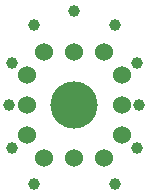
<source format=gbr>
%TF.GenerationSoftware,KiCad,Pcbnew,7.0.0*%
%TF.CreationDate,2023-02-16T14:19:05+08:00*%
%TF.ProjectId,QS-27,51532d32-372e-46b6-9963-61645f706362,rev?*%
%TF.SameCoordinates,Original*%
%TF.FileFunction,Soldermask,Bot*%
%TF.FilePolarity,Negative*%
%FSLAX46Y46*%
G04 Gerber Fmt 4.6, Leading zero omitted, Abs format (unit mm)*
G04 Created by KiCad (PCBNEW 7.0.0) date 2023-02-16 14:19:05*
%MOMM*%
%LPD*%
G01*
G04 APERTURE LIST*
%ADD10C,1.524000*%
%ADD11C,4.000000*%
%ADD12C,1.000000*%
G04 APERTURE END LIST*
D10*
%TO.C,J1*%
X151456000Y-110896000D03*
X151456000Y-113436000D03*
X152916000Y-115396000D03*
X155456000Y-115396000D03*
X157996000Y-115396000D03*
X159456000Y-113436000D03*
X159456000Y-110896000D03*
X159456000Y-108356000D03*
X157996000Y-106396000D03*
X155456000Y-106396000D03*
X152916000Y-106396000D03*
X151456000Y-108356000D03*
%TD*%
D11*
%TO.C,NX1*%
X155456000Y-110896000D03*
D12*
X160756000Y-114496000D03*
X152056000Y-117596000D03*
X150156000Y-114496000D03*
X149956000Y-110896000D03*
X150156000Y-107296000D03*
X152056000Y-104096000D03*
X155456000Y-102896000D03*
X158856000Y-104096000D03*
X160756000Y-107296000D03*
X160956000Y-110896000D03*
X158856000Y-117596000D03*
%TD*%
M02*

</source>
